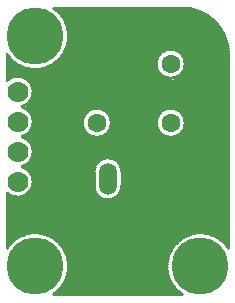
<source format=gbl>
*
*
G04 PADS 9.5 Build Number: 522968 generated Gerber (RS-274-X) file*
G04 PC Version=2.1*
*
%IN "PSDR_Encoder.pcb"*%
*
%MOIN*%
*
%FSLAX35Y35*%
*
*
*
*
G04 PC Standard Apertures*
*
*
G04 Thermal Relief Aperture macro.*
%AMTER*
1,1,$1,0,0*
1,0,$1-$2,0,0*
21,0,$3,$4,0,0,45*
21,0,$3,$4,0,0,135*
%
*
*
G04 Annular Aperture macro.*
%AMANN*
1,1,$1,0,0*
1,0,$2,0,0*
%
*
*
G04 Odd Aperture macro.*
%AMODD*
1,1,$1,0,0*
1,0,$1-0.005,0,0*
%
*
*
G04 PC Custom Aperture Macros*
*
*
*
*
*
*
G04 PC Aperture Table*
*
%ADD010C,0.001*%
%ADD048C,0.07*%
%ADD147C,0.01*%
%ADD148O,0.05906X0.1063*%
%ADD149C,0.19*%
%ADD150C,0.063*%
%ADD151C,0.032*%
*
*
*
*
G04 PC Circuitry*
G04 Layer Name PSDR_Encoder.pcb - circuitry*
%LPD*%
*
*
G04 PC Custom Flashes*
G04 Layer Name PSDR_Encoder.pcb - flashes*
%LPD*%
*
*
G04 PC Circuitry*
G04 Layer Name PSDR_Encoder.pcb - circuitry*
%LPD*%
*
G54D10*
G54D48*
G01X106000Y160000D03*
Y170000D03*
Y150000D03*
Y130000D03*
Y140000D03*
G54D147*
X161850Y159657D02*
G75*
G03X161850I-4850J0D01*
G01Y179343D02*
G03X161850I-4850J0D01*
G01X137244Y159657D02*
G03X137244I-4850J0D01*
G01X176250Y118021D02*
Y182649D01*
G03X160999Y197900I-15258J-7*
G01X118027*
X102500Y182358D02*
G03X118027Y197900I9311J6225D01*
G01X102500Y182358D02*
Y173846D01*
X107428Y165000D02*
G03X102500Y173846I-1428J5000D01*
G01X107428Y155000D02*
G03Y165000I-1428J5000D01*
G01Y145000D02*
G03Y155000I-1428J5000D01*
G01X102500Y136154D02*
G03X107428Y145000I3500J3846D01*
G01X102500Y136154D02*
Y118036D01*
X118036Y102500D02*
G03X102500Y118036I-6225J9311D01*
G01X118036Y102500D02*
X160704D01*
X176250Y118021D02*
G03X160704Y102500I-9321J-6210D01*
G01X161850Y159657D02*
G03X161850I-4850J0D01*
G01Y179343D02*
G03X161850I-4850J0D01*
G01X140716Y143362D02*
Y138638D01*
X131410D02*
G03X140716I4653J-0D01*
G01X131410D02*
Y143362D01*
X140716D02*
G03X131410I-4653J0D01*
G01X137244Y159657D02*
G03X137244I-4850J0D01*
G01X161182Y181799D02*
X176250D01*
X161594Y180899D02*
X176250D01*
X161805Y179999D02*
X176250D01*
X161844Y179099D02*
X176250D01*
X161713Y178199D02*
X176250D01*
X161398Y177299D02*
X176250D01*
X160854Y176399D02*
X176250D01*
X159958Y175499D02*
X176250D01*
X158009Y174599D02*
X176250D01*
X109655Y173699D02*
X176250D01*
X110383Y172799D02*
X176250D01*
X110841Y171899D02*
X176250D01*
X111103Y170999D02*
X176250D01*
X111199Y170099D02*
X176250D01*
X111138Y169199D02*
X176250D01*
X110914Y168299D02*
X176250D01*
X110503Y167399D02*
X176250D01*
X109845Y166499D02*
X176250D01*
X108769Y165599D02*
X176250D01*
X108228Y164699D02*
X176250D01*
X159525Y163799D02*
X176250D01*
X160608Y162899D02*
X176250D01*
X161248Y161999D02*
X176250D01*
X161631Y161099D02*
X176250D01*
X161820Y160199D02*
X176250D01*
X161837Y159299D02*
X176250D01*
X161684Y158399D02*
X176250D01*
X161343Y157499D02*
X176250D01*
X160764Y156599D02*
X176250D01*
X159802Y155699D02*
X176250D01*
X108003Y154799D02*
X176250D01*
X109441Y153899D02*
X176250D01*
X110248Y152999D02*
X176250D01*
X110758Y152099D02*
X176250D01*
X111060Y151199D02*
X176250D01*
X111191Y150299D02*
X176250D01*
X111165Y149399D02*
X176250D01*
X110979Y148499D02*
X176250D01*
X137987Y147599D02*
X176250D01*
X139306Y146699D02*
X176250D01*
X140027Y145799D02*
X176250D01*
X140455Y144899D02*
X176250D01*
X140672Y143999D02*
X176250D01*
X140716Y143099D02*
X176250D01*
X140716Y142199D02*
X176250D01*
X140716Y141299D02*
X176250D01*
X140716Y140399D02*
X176250D01*
X140716Y139499D02*
X176250D01*
X140716Y138599D02*
X176250D01*
X140620Y137699D02*
X176250D01*
X140337Y136799D02*
X176250D01*
X139824Y135899D02*
X176250D01*
X138962Y134999D02*
X176250D01*
X137085Y134099D02*
X176250D01*
X102500Y133199D02*
X176250D01*
X102500Y132299D02*
X176250D01*
X102500Y131399D02*
X176250D01*
X102500Y130499D02*
X176250D01*
X102500Y129599D02*
X176250D01*
X102500Y128699D02*
X176250D01*
X102500Y127799D02*
X176250D01*
X102500Y126899D02*
X176250D01*
X102500Y125999D02*
X176250D01*
X102500Y125099D02*
X176250D01*
X102500Y124199D02*
X176250D01*
X102500Y123299D02*
X176250D01*
X170582Y122399D02*
X176250D01*
X172549Y121499D02*
X176250D01*
X173873Y120599D02*
X176250D01*
X174880Y119699D02*
X176250D01*
X175682Y118799D02*
X176250D01*
X160501Y182699D02*
X176250D01*
X159325Y183599D02*
X176220D01*
X122240Y184499D02*
X176137D01*
X122549Y185399D02*
X175999D01*
X122776Y186299D02*
X175805D01*
X122925Y187199D02*
X175554D01*
X123001Y188099D02*
X175241D01*
X123003Y188999D02*
X174863D01*
X122933Y189899D02*
X174414D01*
X122790Y190799D02*
X173887D01*
X122569Y191699D02*
X173272D01*
X122266Y192599D02*
X172554D01*
X121875Y193499D02*
X171713D01*
X121383Y194399D02*
X170718D01*
X120774Y195299D02*
X169514D01*
X120023Y196199D02*
X167994D01*
X119086Y197099D02*
X165872D01*
X115464Y122399D02*
X163276D01*
X117431Y121499D02*
X161309D01*
X118181Y102599D02*
X160559D01*
X118755Y120599D02*
X159985D01*
X119317Y103499D02*
X159423D01*
X119762Y119699D02*
X158978D01*
X120207Y104399D02*
X158533D01*
X120564Y118799D02*
X158176D01*
X120923Y105299D02*
X157817D01*
X121212Y117899D02*
X157528D01*
X121503Y106199D02*
X157237D01*
X121737Y116999D02*
X157003D01*
X121971Y107099D02*
X156769D01*
X122158Y116099D02*
X156582D01*
X122342Y107999D02*
X156398D01*
X122486Y115199D02*
X156254D01*
X122626Y108899D02*
X156114D01*
X122731Y114299D02*
X156009D01*
X108427Y174599D02*
X155991D01*
X122829Y109799D02*
X155911D01*
X122898Y113399D02*
X155842D01*
X122956Y110699D02*
X155784D01*
X122990Y112499D02*
X155750D01*
X123009Y111599D02*
X155731D01*
X121841Y183599D02*
X154675D01*
X134918Y163799D02*
X154475D01*
X135196Y155699D02*
X154198D01*
X102500Y175499D02*
X154042D01*
X121341Y182699D02*
X153499D01*
X136002Y162899D02*
X153392D01*
X136158Y156599D02*
X153236D01*
X102500Y176399D02*
X153146D01*
X120722Y181799D02*
X152818D01*
X136641Y161999D02*
X152752D01*
X136737Y157499D02*
X152657D01*
X102500Y177299D02*
X152602D01*
X119959Y180899D02*
X152406D01*
X137025Y161099D02*
X152369D01*
X137078Y158399D02*
X152316D01*
X116007Y178199D02*
X152287D01*
X119005Y179999D02*
X152195D01*
X137213Y160199D02*
X152180D01*
X137230Y159299D02*
X152163D01*
X117768Y179099D02*
X152156D01*
X102500Y134099D02*
X135041D01*
X110612Y147599D02*
X134139D01*
X107424Y134999D02*
X133164D01*
X110018Y146699D02*
X132820D01*
X109197Y135899D02*
X132302D01*
X109064Y145799D02*
X132099D01*
X110098Y136799D02*
X131789D01*
X107744Y144899D02*
X131671D01*
X110663Y137699D02*
X131506D01*
X109324Y143999D02*
X131454D01*
X111008Y138599D02*
X131410D01*
X110176Y143099D02*
X131410D01*
X110712Y142199D02*
X131410D01*
X111035Y141299D02*
X131410D01*
X111185Y140399D02*
X131410D01*
X111176Y139499D02*
X131410D01*
X109551Y163799D02*
X129869D01*
X108922Y155699D02*
X129592D01*
X110317Y162899D02*
X128786D01*
X109933Y156599D02*
X128630D01*
X110801Y161999D02*
X128146D01*
X110559Y157499D02*
X128051D01*
X111083Y161099D02*
X127763D01*
X110947Y158399D02*
X127710D01*
X111196Y160199D02*
X127574D01*
X111153Y159299D02*
X127557D01*
X102500Y122399D02*
X108158D01*
X102500Y178199D02*
X107615D01*
X102500Y121499D02*
X106191D01*
X102500Y179099D02*
X105854D01*
X102500Y120599D02*
X104867D01*
X102500Y179999D02*
X104617D01*
X102500Y134999D02*
X104576D01*
X102500Y119699D02*
X103860D01*
X102500Y180899D02*
X103663D01*
X102500Y174599D02*
X103573D01*
X102500Y118799D02*
X103058D01*
X102500Y181799D02*
X102900D01*
X102500Y135899D02*
X102803D01*
G54D148*
X136063Y141000D03*
X143937D03*
G54D149*
X111811Y188583D03*
Y111811D03*
X166929D03*
G54D150*
X157000Y159657D03*
Y179343D03*
Y169500D03*
X132394Y159657D03*
Y179343D03*
G54D151*
X145000Y112000D03*
X137000Y125000D03*
X129000Y118000D03*
X123000Y127000D03*
X169000Y130000D03*
X154000Y138000D03*
Y125000D03*
X160000Y147000D03*
X140000Y192000D03*
X143000Y155000D03*
X144000Y181000D03*
X119000Y158000D03*
X170000Y161000D03*
X169000Y183000D03*
X154000Y193000D03*
G74*
X0Y0D02*
M02*

</source>
